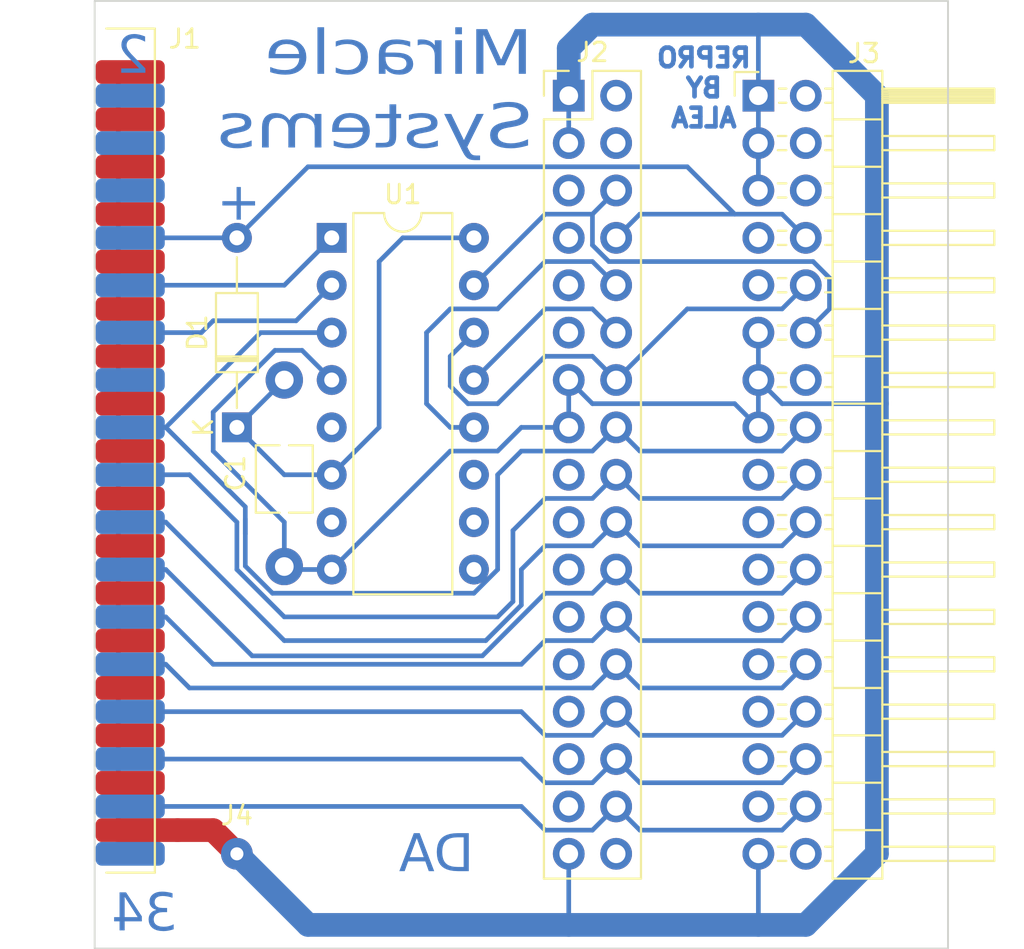
<source format=kicad_pcb>
(kicad_pcb (version 20221018) (generator pcbnew)
  (title_block (title "2 to 4 Disc Drive Adapter for Sinclair QL") (date "2024-01-16") (rev "00") (company "Alvaro Alea Fernandez"))
  (layers (0 "F.Cu" signal) (31 "B.Cu" signal) (34 "B.Paste" user) (35 "F.Paste" user) (36 "B.SilkS" user "B.Silkscreen") (37 "F.SilkS" user "F.Silkscreen") (38 "B.Mask" user) (39 "F.Mask" user) (44 "Edge.Cuts" user))
  (net 0 "")
  (net 1 "GND")
  (net 5 "/FDC_IP")
  (net 6 "/MOTOR_ON")
  (net 7 "/DS1")
  (net 8 "/DS0")
  (net 9 "/DIR")
  (net 10 "/STEP")
  (net 11 "/DATA_WR")
  (net 12 "/GATE_WR")
  (net 13 "/FDC_T0")
  (net 14 "/FDC_WPRT")
  (net 15 "/FDC_RD")
  (net 16 "/HEAD")
  (net 45 "/DS2")
  (net 47 "/DS3")
  (net 48 "Net-(D1-K)")
  (net 49 "/DS1T")
  (net 50 "/DS0T")
  (net 58 "Net-(D2-K)")
  (footprint "Package_DIP:DIP-16_W7.62mm" (layer "F.Cu") (at 139.7 81.28)
    (fp_text reference "U1" (at 3.81 -2.33) (layer "F.SilkS"))
    (fp_text value "74LS138")
    (fp_line (start 1.16 -1.33) (end 1.16 19.11) (stroke (width 0.12)) (layer "F.SilkS"))
    (fp_line (start 1.16 19.11) (end 6.46 19.11) (stroke (width 0.12)) (layer "F.SilkS"))
    (fp_line (start 2.81 -1.33) (end 1.16 -1.33) (stroke (width 0.12)) (layer "F.SilkS"))
    (fp_line (start 6.46 -1.33) (end 4.81 -1.33) (stroke (width 0.12)) (layer "F.SilkS"))
    (fp_line (start 6.46 19.11) (end 6.46 -1.33) (stroke (width 0.12)) (layer "F.SilkS"))
    (fp_arc (start 4.81 -1.33) (mid 3.81 -0.33) (end 2.81 -1.33) (stroke (width 0.12)) (layer "F.SilkS"))
    (pad "1" thru_hole rect (at 0 0) (size 1.6 1.6) (drill 0.8) (layers "*.Cu" "*.Mask") (net 50 "/DS0T"))
    (pad "2" thru_hole oval (at 0 2.54) (size 1.6 1.6) (drill 0.8) (layers "*.Cu" "*.Mask") (net 49 "/DS1T"))
    (pad "3" thru_hole oval (at 0 5.08) (size 1.6 1.6) (drill 0.8) (layers "*.Cu" "*.Mask") (net 6 "/MOTOR_ON"))
    (pad "4" thru_hole oval (at 0 7.62) (size 1.6 1.6) (drill 0.8) (layers "*.Cu" "*.Mask") (net 1 "GND"))
    (pad "5" thru_hole oval (at 0 10.16) (size 1.6 1.6) (drill 0.8) (layers "*.Cu" "*.Mask"))
    (pad "6" thru_hole oval (at 0 12.7) (size 1.6 1.6) (drill 0.8) (layers "*.Cu" "*.Mask") (net 48 "Net-(D1-K)"))
    (pad "7" thru_hole oval (at 0 15.24) (size 1.6 1.6) (drill 0.8) (layers "*.Cu" "*.Mask") (net 58 "Net-(D2-K)"))
    (pad "8" thru_hole oval (at 0 17.78) (size 1.6 1.6) (drill 0.8) (layers "*.Cu" "*.Mask") (net 1 "GND"))
    (pad "9" thru_hole oval (at 7.62 17.78) (size 1.6 1.6) (drill 0.8) (layers "*.Cu" "*.Mask"))
    (pad "10" thru_hole oval (at 7.62 15.24) (size 1.6 1.6) (drill 0.8) (layers "*.Cu" "*.Mask"))
    (pad "11" thru_hole oval (at 7.62 12.7) (size 1.6 1.6) (drill 0.8) (layers "*.Cu" "*.Mask"))
    (pad "12" thru_hole oval (at 7.62 10.16) (size 1.6 1.6) (drill 0.8) (layers "*.Cu" "*.Mask") (net 8 "/DS0"))
    (pad "13" thru_hole oval (at 7.62 7.62) (size 1.6 1.6) (drill 0.8) (layers "*.Cu" "*.Mask") (net 7 "/DS1"))
    (pad "14" thru_hole oval (at 7.62 5.08) (size 1.6 1.6) (drill 0.8) (layers "*.Cu" "*.Mask") (net 45 "/DS2"))
    (pad "15" thru_hole oval (at 7.62 2.54) (size 1.6 1.6) (drill 0.8) (layers "*.Cu" "*.Mask") (net 47 "/DS3"))
    (pad "16" thru_hole oval (at 7.62 0) (size 1.6 1.6) (drill 0.8) (layers "*.Cu" "*.Mask") (net 48 "Net-(D1-K)"))
  )
  (footprint "Connector_PinHeader_2.54mm:PinHeader_2x17_P2.54mm_Horizontal" (layer "F.Cu") (at 162.56 73.66)
    (fp_text reference "J3" (at 5.655 -2.27) (layer "F.SilkS"))
    (fp_text value "Conn_02x17_Odd_Even")
    (fp_line (start -1.27 -1.27) (end 0 -1.27) (stroke (width 0.12)) (layer "F.SilkS"))
    (fp_line (start -1.27 0) (end -1.27 -1.27) (stroke (width 0.12)) (layer "F.SilkS"))
    (fp_line (start 1.042929 2.16) (end 1.497071 2.16) (stroke (width 0.12)) (layer "F.SilkS"))
    (fp_line (start 1.042929 2.92) (end 1.497071 2.92) (stroke (width 0.12)) (layer "F.SilkS"))
    (fp_line (start 1.042929 4.7) (end 1.497071 4.7) (stroke (width 0.12)) (layer "F.SilkS"))
    (fp_line (start 1.042929 5.46) (end 1.497071 5.46) (stroke (width 0.12)) (layer "F.SilkS"))
    (fp_line (start 1.042929 7.24) (end 1.497071 7.24) (stroke (width 0.12)) (layer "F.SilkS"))
    (fp_line (start 1.042929 8) (end 1.497071 8) (stroke (width 0.12)) (layer "F.SilkS"))
    (fp_line (start 1.042929 9.78) (end 1.497071 9.78) (stroke (width 0.12)) (layer "F.SilkS"))
    (fp_line (start 1.042929 10.54) (end 1.497071 10.54) (stroke (width 0.12)) (layer "F.SilkS"))
    (fp_line (start 1.042929 12.32) (end 1.497071 12.32) (stroke (width 0.12)) (layer "F.SilkS"))
    (fp_line (start 1.042929 13.08) (end 1.497071 13.08) (stroke (width 0.12)) (layer "F.SilkS"))
    (fp_line (start 1.042929 14.86) (end 1.497071 14.86) (stroke (width 0.12)) (layer "F.SilkS"))
    (fp_line (start 1.042929 15.62) (end 1.497071 15.62) (stroke (width 0.12)) (layer "F.SilkS"))
    (fp_line (start 1.042929 17.4) (end 1.497071 17.4) (stroke (width 0.12)) (layer "F.SilkS"))
    (fp_line (start 1.042929 18.16) (end 1.497071 18.16) (stroke (width 0.12)) (layer "F.SilkS"))
    (fp_line (start 1.042929 19.94) (end 1.497071 19.94) (stroke (width 0.12)) (layer "F.SilkS"))
    (fp_line (start 1.042929 20.7) (end 1.497071 20.7) (stroke (width 0.12)) (layer "F.SilkS"))
    (fp_line (start 1.042929 22.48) (end 1.497071 22.48) (stroke (width 0.12)) (layer "F.SilkS"))
    (fp_line (start 1.042929 23.24) (end 1.497071 23.24) (stroke (width 0.12)) (layer "F.SilkS"))
    (fp_line (start 1.042929 25.02) (end 1.497071 25.02) (stroke (width 0.12)) (layer "F.SilkS"))
    (fp_line (start 1.042929 25.78) (end 1.497071 25.78) (stroke (width 0.12)) (layer "F.SilkS"))
    (fp_line (start 1.042929 27.56) (end 1.497071 27.56) (stroke (width 0.12)) (layer "F.SilkS"))
    (fp_line (start 1.042929 28.32) (end 1.497071 28.32) (stroke (width 0.12)) (layer "F.SilkS"))
    (fp_line (start 1.042929 30.1) (end 1.497071 30.1) (stroke (width 0.12)) (layer "F.SilkS"))
    (fp_line (start 1.042929 30.86) (end 1.497071 30.86) (stroke (width 0.12)) (layer "F.SilkS"))
    (fp_line (start 1.042929 32.64) (end 1.497071 32.64) (stroke (width 0.12)) (layer "F.SilkS"))
    (fp_line (start 1.042929 33.4) (end 1.497071 33.4) (stroke (width 0.12)) (layer "F.SilkS"))
    (fp_line (start 1.042929 35.18) (end 1.497071 35.18) (stroke (width 0.12)) (layer "F.SilkS"))
    (fp_line (start 1.042929 35.94) (end 1.497071 35.94) (stroke (width 0.12)) (layer "F.SilkS"))
    (fp_line (start 1.042929 37.72) (end 1.497071 37.72) (stroke (width 0.12)) (layer "F.SilkS"))
    (fp_line (start 1.042929 38.48) (end 1.497071 38.48) (stroke (width 0.12)) (layer "F.SilkS"))
    (fp_line (start 1.042929 40.26) (end 1.497071 40.26) (stroke (width 0.12)) (layer "F.SilkS"))
    (fp_line (start 1.042929 41.02) (end 1.497071 41.02) (stroke (width 0.12)) (layer "F.SilkS"))
    (fp_line (start 1.11 -0.38) (end 1.497071 -0.38) (stroke (width 0.12)) (layer "F.SilkS"))
    (fp_line (start 1.11 0.38) (end 1.497071 0.38) (stroke (width 0.12)) (layer "F.SilkS"))
    (fp_line (start 3.582929 -0.38) (end 3.98 -0.38) (stroke (width 0.12)) (layer "F.SilkS"))
    (fp_line (start 3.582929 0.38) (end 3.98 0.38) (stroke (width 0.12)) (layer "F.SilkS"))
    (fp_line (start 3.582929 2.16) (end 3.98 2.16) (stroke (width 0.12)) (layer "F.SilkS"))
    (fp_line (start 3.582929 2.92) (end 3.98 2.92) (stroke (width 0.12)) (layer "F.SilkS"))
    (fp_line (start 3.582929 4.7) (end 3.98 4.7) (stroke (width 0.12)) (layer "F.SilkS"))
    (fp_line (start 3.582929 5.46) (end 3.98 5.46) (stroke (width 0.12)) (layer "F.SilkS"))
    (fp_line (start 3.582929 7.24) (end 3.98 7.24) (stroke (width 0.12)) (layer "F.SilkS"))
    (fp_line (start 3.582929 8) (end 3.98 8) (stroke (width 0.12)) (layer "F.SilkS"))
    (fp_line (start 3.582929 9.78) (end 3.98 9.78) (stroke (width 0.12)) (layer "F.SilkS"))
    (fp_line (start 3.582929 10.54) (end 3.98 10.54) (stroke (width 0.12)) (layer "F.SilkS"))
    (fp_line (start 3.582929 12.32) (end 3.98 12.32) (stroke (width 0.12)) (layer "F.SilkS"))
    (fp_line (start 3.582929 13.08) (end 3.98 13.08) (stroke (width 0.12)) (layer "F.SilkS"))
    (fp_line (start 3.582929 14.86) (end 3.98 14.86) (stroke (width 0.12)) (layer "F.SilkS"))
    (fp_line (start 3.582929 15.62) (end 3.98 15.62) (stroke (width 0.12)) (layer "F.SilkS"))
    (fp_line (start 3.582929 17.4) (end 3.98 17.4) (stroke (width 0.12)) (layer "F.SilkS"))
    (fp_line (start 3.582929 18.16) (end 3.98 18.16) (stroke (width 0.12)) (layer "F.SilkS"))
    (fp_line (start 3.582929 19.94) (end 3.98 19.94) (stroke (width 0.12)) (layer "F.SilkS"))
    (fp_line (start 3.582929 20.7) (end 3.98 20.7) (stroke (width 0.12)) (layer "F.SilkS"))
    (fp_line (start 3.582929 22.48) (end 3.98 22.48) (stroke (width 0.12)) (layer "F.SilkS"))
    (fp_line (start 3.582929 23.24) (end 3.98 23.24) (stroke (width 0.12)) (layer "F.SilkS"))
    (fp_line (start 3.582929 25.02) (end 3.98 25.02) (stroke (width 0.12)) (layer "F.SilkS"))
    (fp_line (start 3.582929 25.78) (end 3.98 25.78) (stroke (width 0.12)) (layer "F.SilkS"))
    (fp_line (start 3.582929 27.56) (end 3.98 27.56) (stroke (width 0.12)) (layer "F.SilkS"))
    (fp_line (start 3.582929 28.32) (end 3.98 28.32) (stroke (width 0.12)) (layer "F.SilkS"))
    (fp_line (start 3.582929 30.1) (end 3.98 30.1) (stroke (width 0.12)) (layer "F.SilkS"))
    (fp_line (start 3.582929 30.86) (end 3.98 30.86) (stroke (width 0.12)) (layer "F.SilkS"))
    (fp_line (start 3.582929 32.64) (end 3.98 32.64) (stroke (width 0.12)) (layer "F.SilkS"))
    (fp_line (start 3.582929 33.4) (end 3.98 33.4) (stroke (width 0.12)) (layer "F.SilkS"))
    (fp_line (start 3.582929 35.18) (end 3.98 35.18) (stroke (width 0.12)) (layer "F.SilkS"))
    (fp_line (start 3.582929 35.94) (end 3.98 35.94) (stroke (width 0.12)) (layer "F.SilkS"))
    (fp_line (start 3.582929 37.72) (end 3.98 37.72) (stroke (width 0.12)) (layer "F.SilkS"))
    (fp_line (start 3.582929 38.48) (end 3.98 38.48) (stroke (width 0.12)) (layer "F.SilkS"))
    (fp_line (start 3.582929 40.26) (end 3.98 40.26) (stroke (width 0.12)) (layer "F.SilkS"))
    (fp_line (start 3.582929 41.02) (end 3.98 41.02) (stroke (width 0.12)) (layer "F.SilkS"))
    (fp_line (start 3.98 -1.33) (end 3.98 41.97) (stroke (width 0.12)) (layer "F.SilkS"))
    (fp_line (start 3.98 1.27) (end 6.64 1.27) (stroke (width 0.12)) (layer "F.SilkS"))
    (fp_line (start 3.98 3.81) (end 6.64 3.81) (stroke (width 0.12)) (layer "F.SilkS"))
    (fp_line (start 3.98 6.35) (end 6.64 6.35) (stroke (width 0.12)) (layer "F.SilkS"))
    (fp_line (start 3.98 8.89) (end 6.64 8.89) (stroke (width 0.12)) (layer "F.SilkS"))
    (fp_line (start 3.98 11.43) (end 6.64 11.43) (stroke (width 0.12)) (layer "F.SilkS"))
    (fp_line (start 3.98 13.97) (end 6.64 13.97) (stroke (width 0.12)) (layer "F.SilkS"))
    (fp_line (start 3.98 16.51) (end 6.64 16.51) (stroke (width 0.12)) (layer "F.SilkS"))
    (fp_line (start 3.98 19.05) (end 6.64 19.05) (stroke (width 0.12)) (layer "F.SilkS"))
    (fp_line (start 3.98 21.59) (end 6.64 21.59) (stroke (width 0.12)) (layer "F.SilkS"))
    (fp_line (start 3.98 24.13) (end 6.64 24.13) (stroke (width 0.12)) (layer "F.SilkS"))
    (fp_line (start 3.98 26.67) (end 6.64 26.67) (stroke (width 0.12)) (layer "F.SilkS"))
    (fp_line (start 3.98 29.21) (end 6.64 29.21) (stroke (width 0.12)) (layer "F.SilkS"))
    (fp_line (start 3.98 31.75) (end 6.64 31.75) (stroke (width 0.12)) (layer "F.SilkS"))
    (fp_line (start 3.98 34.29) (end 6.64 34.29) (stroke (width 0.12)) (layer "F.SilkS"))
    (fp_line (start 3.98 36.83) (end 6.64 36.83) (stroke (width 0.12)) (layer "F.SilkS"))
    (fp_line (start 3.98 39.37) (end 6.64 39.37) (stroke (width 0.12)) (layer "F.SilkS"))
    (fp_line (start 3.98 41.97) (end 6.64 41.97) (stroke (width 0.12)) (layer "F.SilkS"))
    (fp_line (start 6.64 -1.33) (end 3.98 -1.33) (stroke (width 0.12)) (layer "F.SilkS"))
    (fp_line (start 6.64 -0.38) (end 12.64 -0.38) (stroke (width 0.12)) (layer "F.SilkS"))
    (fp_line (start 6.64 -0.32) (end 12.64 -0.32) (stroke (width 0.12)) (layer "F.SilkS"))
    (fp_line (start 6.64 -0.2) (end 12.64 -0.2) (stroke (width 0.12)) (layer "F.SilkS"))
    (fp_line (start 6.64 -0.08) (end 12.64 -0.08) (stroke (width 0.12)) (layer "F.SilkS"))
    (fp_line (start 6.64 0.04) (end 12.64 0.04) (stroke (width 0.12)) (layer "F.SilkS"))
    (fp_line (start 6.64 0.16) (end 12.64 0.16) (stroke (width 0.12)) (layer "F.SilkS"))
    (fp_line (start 6.64 0.28) (end 12.64 0.28) (stroke (width 0.12)) (layer "F.SilkS"))
    (fp_line (start 6.64 2.16) (end 12.64 2.16) (stroke (width 0.12)) (layer "F.SilkS"))
    (fp_line (start 6.64 4.7) (end 12.64 4.7) (stroke (width 0.12)) (layer "F.SilkS"))
    (fp_line (start 6.64 7.24) (end 12.64 7.24) (stroke (width 0.12)) (layer "F.SilkS"))
    (fp_line (start 6.64 9.78) (end 12.64 9.78) (stroke (width 0.12)) (layer "F.SilkS"))
    (fp_line (start 6.64 12.32) (end 12.64 12.32) (stroke (width 0.12)) (layer "F.SilkS"))
    (fp_line (start 6.64 14.86) (end 12.64 14.86) (stroke (width 0.12)) (layer "F.SilkS"))
    (fp_line (start 6.64 17.4) (end 12.64 17.4) (stroke (width 0.12)) (layer "F.SilkS"))
    (fp_line (start 6.64 19.94) (end 12.64 19.94) (stroke (width 0.12)) (layer "F.SilkS"))
    (fp_line (start 6.64 22.48) (end 12.64 22.48) (stroke (width 0.12)) (layer "F.SilkS"))
    (fp_line (start 6.64 25.02) (end 12.64 25.02) (stroke (width 0.12)) (layer "F.SilkS"))
    (fp_line (start 6.64 27.56) (end 12.64 27.56) (stroke (width 0.12)) (layer "F.SilkS"))
    (fp_line (start 6.64 30.1) (end 12.64 30.1) (stroke (width 0.12)) (layer "F.SilkS"))
    (fp_line (start 6.64 32.64) (end 12.64 32.64) (stroke (width 0.12)) (layer "F.SilkS"))
    (fp_line (start 6.64 35.18) (end 12.64 35.18) (stroke (width 0.12)) (layer "F.SilkS"))
    (fp_line (start 6.64 37.72) (end 12.64 37.72) (stroke (width 0.12)) (layer "F.SilkS"))
    (fp_line (start 6.64 40.26) (end 12.64 40.26) (stroke (width 0.12)) (layer "F.SilkS"))
    (fp_line (start 6.64 41.97) (end 6.64 -1.33) (stroke (width 0.12)) (layer "F.SilkS"))
    (fp_line (start 12.64 -0.38) (end 12.64 0.38) (stroke (width 0.12)) (layer "F.SilkS"))
    (fp_line (start 12.64 0.38) (end 6.64 0.38) (stroke (width 0.12)) (layer "F.SilkS"))
    (fp_line (start 12.64 2.16) (end 12.64 2.92) (stroke (width 0.12)) (layer "F.SilkS"))
    (fp_line (start 12.64 2.92) (end 6.64 2.92) (stroke (width 0.12)) (layer "F.SilkS"))
    (fp_line (start 12.64 4.7) (end 12.64 5.46) (stroke (width 0.12)) (layer "F.SilkS"))
    (fp_line (start 12.64 5.46) (end 6.64 5.46) (stroke (width 0.12)) (layer "F.SilkS"))
    (fp_line (start 12.64 7.24) (end 12.64 8) (stroke (width 0.12)) (layer "F.SilkS"))
    (fp_line (start 12.64 8) (end 6.64 8) (stroke (width 0.12)) (layer "F.SilkS"))
    (fp_line (start 12.64 9.78) (end 12.64 10.54) (stroke (width 0.12)) (layer "F.SilkS"))
    (fp_line (start 12.64 10.54) (end 6.64 10.54) (stroke (width 0.12)) (layer "F.SilkS"))
    (fp_line (start 12.64 12.32) (end 12.64 13.08) (stroke (width 0.12)) (layer "F.SilkS"))
    (fp_line (start 12.64 13.08) (end 6.64 13.08) (stroke (width 0.12)) (layer "F.SilkS"))
    (fp_line (start 12.64 14.86) (end 12.64 15.62) (stroke (width 0.12)) (layer "F.SilkS"))
    (fp_line (start 12.64 15.62) (end 6.64 15.62) (stroke (width 0.12)) (layer "F.SilkS"))
    (fp_line (start 12.64 17.4) (end 12.64 18.16) (stroke (width 0.12)) (layer "F.SilkS"))
    (fp_line (start 12.64 18.16) (end 6.64 18.16) (stroke (width 0.12)) (layer "F.SilkS"))
    (fp_line (start 12.64 19.94) (end 12.64 20.7) (stroke (width 0.12)) (layer "F.SilkS"))
    (fp_line (start 12.64 20.7) (end 6.64 20.7) (stroke (width 0.12)) (layer "F.SilkS"))
    (fp_line (start 12.64 22.48) (end 12.64 23.24) (stroke (width 0.12)) (layer "F.SilkS"))
    (fp_line (start 12.64 23.24) (end 6.64 23.24) (stroke (width 0.12)) (layer "F.SilkS"))
    (fp_line (start 12.64 25.02) (end 12.64 25.78) (stroke (width 0.12)) (layer "F.SilkS"))
    (fp_line (start 12.64 25.78) (end 6.64 25.78) (stroke (width 0.12)) (layer "F.SilkS"))
    (fp_line (start 12.64 27.56) (end 12.64 28.32) (stroke (width 0.12)) (layer "F.SilkS"))
    (fp_line (start 12.64 28.32) (end 6.64 28.32) (stroke (width 0.12)) (layer "F.SilkS"))
    (fp_line (start 12.64 30.1) (end 12.64 30.86) (stroke (width 0.12)) (layer "F.SilkS"))
    (fp_line (start 12.64 30.86) (end 6.64 30.86) (stroke (width 0.12)) (layer "F.SilkS"))
    (fp_line (start 12.64 32.64) (end 12.64 33.4) (stroke (width 0.12)) (layer "F.SilkS"))
    (fp_line (start 12.64 33.4) (end 6.64 33.4) (stroke (width 0.12)) (layer "F.SilkS"))
    (fp_line (start 12.64 35.18) (end 12.64 35.94) (stroke (width 0.12)) (layer "F.SilkS"))
    (fp_line (start 12.64 35.94) (end 6.64 35.94) (stroke (width 0.12)) (layer "F.SilkS"))
    (fp_line (start 12.64 37.72) (end 12.64 38.48) (stroke (width 0.12)) (layer "F.SilkS"))
    (fp_line (start 12.64 38.48) (end 6.64 38.48) (stroke (width 0.12)) (layer "F.SilkS"))
    (fp_line (start 12.64 40.26) (end 12.64 41.02) (stroke (width 0.12)) (layer "F.SilkS"))
    (fp_line (start 12.64 41.02) (end 6.64 41.02) (stroke (width 0.12)) (layer "F.SilkS"))
    (pad "1" thru_hole rect (at 0 0) (size 1.7 1.7) (drill 1) (layers "*.Cu" "*.Mask") (net 1 "GND"))
    (pad "2" thru_hole oval (at 2.54 0) (size 1.7 1.7) (drill 1) (layers "*.Cu" "*.Mask"))
    (pad "3" thru_hole oval (at 0 2.54) (size 1.7 1.7) (drill 1) (layers "*.Cu" "*.Mask") (net 1 "GND"))
    (pad "4" thru_hole oval (at 2.54 2.54) (size 1.7 1.7) (drill 1) (layers "*.Cu" "*.Mask"))
    (pad "5" thru_hole oval (at 0 5.08) (size 1.7 1.7) (drill 1) (layers "*.Cu" "*.Mask") (net 1 "GND"))
    (pad "6" thru_hole oval (at 2.54 5.08) (size 1.7 1.7) (drill 1) (layers "*.Cu" "*.Mask"))
    (pad "7" thru_hole oval (at 0 7.62) (size 1.7 1.7) (drill 1) (layers "*.Cu" "*.Mask"))
    (pad "8" thru_hole oval (at 2.54 7.62) (size 1.7 1.7) (drill 1) (layers "*.Cu" "*.Mask") (net 5 "/FDC_IP"))
    (pad "9" thru_hole oval (at 0 10.16) (size 1.7 1.7) (drill 1) (layers "*.Cu" "*.Mask"))
    (pad "10" thru_hole oval (at 2.54 10.16) (size 1.7 1.7) (drill 1) (layers "*.Cu" "*.Mask") (net 45 "/DS2"))
    (pad "11" thru_hole oval (at 0 12.7) (size 1.7 1.7) (drill 1) (layers "*.Cu" "*.Mask") (net 1 "GND"))
    (pad "12" thru_hole oval (at 2.54 12.7) (size 1.7 1.7) (drill 1) (layers "*.Cu" "*.Mask") (net 47 "/DS3"))
    (pad "13" thru_hole oval (at 0 15.24) (size 1.7 1.7) (drill 1) (layers "*.Cu" "*.Mask") (net 1 "GND"))
    (pad "14" thru_hole oval (at 2.54 15.24) (size 1.7 1.7) (drill 1) (layers "*.Cu" "*.Mask"))
    (pad "15" thru_hole oval (at 0 17.78) (size 1.7 1.7) (drill 1) (layers "*.Cu" "*.Mask") (net 1 "GND"))
    (pad "16" thru_hole oval (at 2.54 17.78) (size 1.7 1.7) (drill 1) (layers "*.Cu" "*.Mask") (net 6 "/MOTOR_ON"))
    (pad "17" thru_hole oval (at 0 20.32) (size 1.7 1.7) (drill 1) (layers "*.Cu" "*.Mask"))
    (pad "18" thru_hole oval (at 2.54 20.32) (size 1.7 1.7) (drill 1) (layers "*.Cu" "*.Mask") (net 9 "/DIR"))
    (pad "19" thru_hole oval (at 0 22.86) (size 1.7 1.7) (drill 1) (layers "*.Cu" "*.Mask"))
    (pad "20" thru_hole oval (at 2.54 22.86) (size 1.7 1.7) (drill 1) (layers "*.Cu" "*.Mask") (net 10 "/STEP"))
    (pad "21" thru_hole oval (at 0 25.4) (size 1.7 1.7) (drill 1) (layers "*.Cu" "*.Mask"))
    (pad "22" thru_hole oval (at 2.54 25.4) (size 1.7 1.7) (drill 1) (layers "*.Cu" "*.Mask") (net 11 "/DATA_WR"))
    (pad "23" thru_hole oval (at 0 27.94) (size 1.7 1.7) (drill 1) (layers "*.Cu" "*.Mask"))
    (pad "24" thru_hole oval (at 2.54 27.94) (size 1.7 1.7) (drill 1) (layers "*.Cu" "*.Mask") (net 12 "/GATE_WR"))
    (pad "25" thru_hole oval (at 0 30.48) (size 1.7 1.7) (drill 1) (layers "*.Cu" "*.Mask"))
    (pad "26" thru_hole oval (at 2.54 30.48) (size 1.7 1.7) (drill 1) (layers "*.Cu" "*.Mask") (net 13 "/FDC_T0"))
    (pad "27" thru_hole oval (at 0 33.02) (size 1.7 1.7) (drill 1) (layers "*.Cu" "*.Mask"))
    (pad "28" thru_hole oval (at 2.54 33.02) (size 1.7 1.7) (drill 1) (layers "*.Cu" "*.Mask") (net 14 "/FDC_WPRT"))
    (pad "29" thru_hole oval (at 0 35.56) (size 1.7 1.7) (drill 1) (layers "*.Cu" "*.Mask"))
    (pad "30" thru_hole oval (at 2.54 35.56) (size 1.7 1.7) (drill 1) (layers "*.Cu" "*.Mask") (net 15 "/FDC_RD"))
    (pad "31" thru_hole oval (at 0 38.1) (size 1.7 1.7) (drill 1) (layers "*.Cu" "*.Mask"))
    (pad "32" thru_hole oval (at 2.54 38.1) (size 1.7 1.7) (drill 1) (layers "*.Cu" "*.Mask") (net 16 "/HEAD"))
    (pad "33" thru_hole oval (at 0 40.64) (size 1.7 1.7) (drill 1) (layers "*.Cu" "*.Mask") (net 1 "GND"))
    (pad "34" thru_hole oval (at 2.54 40.64) (size 1.7 1.7) (drill 1) (layers "*.Cu" "*.Mask"))
  )
  (footprint "Diode_THT:D_DO-35_SOD27_P10.16mm_Horizontal" (layer "F.Cu") (at 134.62 91.44 90)
    (fp_text reference "D1" (at 5.08 -2.12 90) (layer "F.SilkS"))
    (fp_text value "1N4148")
    (fp_text user "K" (at 0 -1.8 90) (layer "F.SilkS"))
    (fp_line (start 1.04 0) (end 2.96 0) (stroke (width 0.12)) (layer "F.SilkS"))
    (fp_line (start 2.96 -1.12) (end 2.96 1.12) (stroke (width 0.12)) (layer "F.SilkS"))
    (fp_line (start 2.96 1.12) (end 7.2 1.12) (stroke (width 0.12)) (layer "F.SilkS"))
    (fp_line (start 3.56 -1.12) (end 3.56 1.12) (stroke (width 0.12)) (layer "F.SilkS"))
    (fp_line (start 3.68 -1.12) (end 3.68 1.12) (stroke (width 0.12)) (layer "F.SilkS"))
    (fp_line (start 3.8 -1.12) (end 3.8 1.12) (stroke (width 0.12)) (layer "F.SilkS"))
    (fp_line (start 7.2 -1.12) (end 2.96 -1.12) (stroke (width 0.12)) (layer "F.SilkS"))
    (fp_line (start 7.2 1.12) (end 7.2 -1.12) (stroke (width 0.12)) (layer "F.SilkS"))
    (fp_line (start 9.12 0) (end 7.2 0) (stroke (width 0.12)) (layer "F.SilkS"))
    (pad "1" thru_hole rect (at 0 0 90) (size 1.6 1.6) (drill 0.8) (layers "*.Cu" "*.Mask") (net 48 "Net-(D1-K)"))
    (pad "2" thru_hole oval (at 10.16 0 90) (size 1.6 1.6) (drill 0.8) (layers "*.Cu" "*.Mask") (net 5 "/FDC_IP"))
  )
  (footprint "Capacitor_THT:C_Disc_D7.5mm_W5.0mm_P10.00mm" (layer "F.Cu") (at 137.16 88.9 -90)
    (fp_text reference "C1" (at 5 2.62 -90) (layer "F.SilkS"))
    (fp_text value "C")
    (fp_line (start 3.5 -1.525) (end 3.5 -0.254) (stroke (width 0.12)) (layer "F.SilkS"))
    (fp_line (start 3.5 -1.525) (end 7.112 -1.524) (stroke (width 0.12)) (layer "F.SilkS"))
    (fp_line (start 3.5 0.254) (end 3.5 1.524) (stroke (width 0.12)) (layer "F.SilkS"))
    (fp_line (start 3.5 1.524) (end 7.112 1.524) (stroke (width 0.12)) (layer "F.SilkS"))
    (fp_line (start 7.112 -1.524) (end 7.112 -0.254) (stroke (width 0.12)) (layer "F.SilkS"))
    (fp_line (start 7.112 0.254) (end 7.112 1.524) (stroke (width 0.12)) (layer "F.SilkS"))
    (pad "1" thru_hole circle (at 0 0 270) (size 2 2) (drill 1) (layers "*.Cu" "*.Mask") (net 48 "Net-(D1-K)"))
    (pad "2" thru_hole circle (at 10 0 270) (size 2 2) (drill 1) (layers "*.Cu" "*.Mask") (net 1 "GND"))
  )
  (footprint "Connector_PinHeader_2.54mm:PinHeader_2x17_P2.54mm_Vertical" (layer "F.Cu") (at 152.4 73.66)
    (fp_text reference "J2" (at 1.27 -2.33) (layer "F.SilkS"))
    (fp_text value "Conn_02x17_Odd_Even")
    (fp_line (start -1.33 -1.33) (end 0 -1.33) (stroke (width 0.12)) (layer "F.SilkS"))
    (fp_line (start -1.33 0) (end -1.33 -1.33) (stroke (width 0.12)) (layer "F.SilkS"))
    (fp_line (start -1.33 1.27) (end -1.33 41.97) (stroke (width 0.12)) (layer "F.SilkS"))
    (fp_line (start -1.33 1.27) (end 1.27 1.27) (stroke (width 0.12)) (layer "F.SilkS"))
    (fp_line (start -1.33 41.97) (end 3.87 41.97) (stroke (width 0.12)) (layer "F.SilkS"))
    (fp_line (start 1.27 -1.33) (end 3.87 -1.33) (stroke (width 0.12)) (layer "F.SilkS"))
    (fp_line (start 1.27 1.27) (end 1.27 -1.33) (stroke (width 0.12)) (layer "F.SilkS"))
    (fp_line (start 3.87 -1.33) (end 3.87 41.97) (stroke (width 0.12)) (layer "F.SilkS"))
    (pad "1" thru_hole rect (at 0 0) (size 1.7 1.7) (drill 1) (layers "*.Cu" "*.Mask") (net 1 "GND"))
    (pad "2" thru_hole oval (at 2.54 0) (size 1.7 1.7) (drill 1) (layers "*.Cu" "*.Mask"))
    (pad "3" thru_hole oval (at 0 2.54) (size 1.7 1.7) (drill 1) (layers "*.Cu" "*.Mask") (net 1 "GND"))
    (pad "4" thru_hole oval (at 2.54 2.54) (size 1.7 1.7) (drill 1) (layers "*.Cu" "*.Mask"))
    (pad "5" thru_hole oval (at 0 5.08) (size 1.7 1.7) (drill 1) (layers "*.Cu" "*.Mask"))
    (pad "6" thru_hole oval (at 2.54 5.08) (size 1.7 1.7) (drill 1) (layers "*.Cu" "*.Mask") (net 47 "/DS3"))
    (pad "7" thru_hole oval (at 0 7.62) (size 1.7 1.7) (drill 1) (layers "*.Cu" "*.Mask"))
    (pad "8" thru_hole oval (at 2.54 7.62) (size 1.7 1.7) (drill 1) (layers "*.Cu" "*.Mask") (net 5 "/FDC_IP"))
    (pad "9" thru_hole oval (at 0 10.16) (size 1.7 1.7) (drill 1) (layers "*.Cu" "*.Mask"))
    (pad "10" thru_hole oval (at 2.54 10.16) (size 1.7 1.7) (drill 1) (layers "*.Cu" "*.Mask") (net 8 "/DS0"))
    (pad "11" thru_hole oval (at 0 12.7) (size 1.7 1.7) (drill 1) (layers "*.Cu" "*.Mask"))
    (pad "12" thru_hole oval (at 2.54 12.7) (size 1.7 1.7) (drill 1) (layers "*.Cu" "*.Mask") (net 7 "/DS1"))
    (pad "13" thru_hole oval (at 0 15.24) (size 1.7 1.7) (drill 1) (layers "*.Cu" "*.Mask") (net 1 "GND"))
    (pad "14" thru_hole oval (at 2.54 15.24) (size 1.7 1.7) (drill 1) (layers "*.Cu" "*.Mask") (net 45 "/DS2"))
    (pad "15" thru_hole oval (at 0 17.78) (size 1.7 1.7) (drill 1) (layers "*.Cu" "*.Mask") (net 1 "GND"))
    (pad "16" thru_hole oval (at 2.54 17.78) (size 1.7 1.7) (drill 1) (layers "*.Cu" "*.Mask") (net 6 "/MOTOR_ON"))
    (pad "17" thru_hole oval (at 0 20.32) (size 1.7 1.7) (drill 1) (layers "*.Cu" "*.Mask"))
    (pad "18" thru_hole oval (at 2.54 20.32) (size 1.7 1.7) (drill 1) (layers "*.Cu" "*.Mask") (net 9 "/DIR"))
    (pad "19" thru_hole oval (at 0 22.86) (size 1.7 1.7) (drill 1) (layers "*.Cu" "*.Mask"))
    (pad "20" thru_hole oval (at 2.54 22.86) (size 1.7 1.7) (drill 1) (layers "*.Cu" "*.Mask") (net 10 "/STEP"))
    (pad "21" thru_hole oval (at 0 25.4) (size 1.7 1.7) (drill 1) (layers "*.Cu" "*.Mask"))
    (pad "22" thru_hole oval (at 2.54 25.4) (size 1.7 1.7) (drill 1) (layers "*.Cu" "*.Mask") (net 11 "/DATA_WR"))
    (pad "23" thru_hole oval (at 0 27.94) (size 1.7 1.7) (drill 1) (layers "*.Cu" "*.Mask"))
    (pad "24" thru_hole oval (at 2.54 27.94) (size 1.7 1.7) (drill 1) (layers "*.Cu" "*.Mask") (net 12 "/GATE_WR"))
    (pad "25" thru_hole oval (at 0 30.48) (size 1.7 1.7) (drill 1) (layers "*.Cu" "*.Mask"))
    (pad "26" thru_hole oval (at 2.54 30.48) (size 1.7 1.7) (drill 1) (layers "*.Cu" "*.Mask") (net 13 "/FDC_T0"))
    (pad "27" thru_hole oval (at 0 33.02) (size 1.7 1.7) (drill 1) (layers "*.Cu" "*.Mask"))
    (pad "28" thru_hole oval (at 2.54 33.02) (size 1.7 1.7) (drill 1) (layers "*.Cu" "*.Mask") (net 14 "/FDC_WPRT"))
    (pad "29" thru_hole oval (at 0 35.56) (size 1.7 1.7) (drill 1) (layers "*.Cu" "*.Mask"))
    (pad "30" thru_hole oval (at 2.54 35.56) (size 1.7 1.7) (drill 1) (layers "*.Cu" "*.Mask") (net 15 "/FDC_RD"))
    (pad "31" thru_hole oval (at 0 38.1) (size 1.7 1.7) (drill 1) (layers "*.Cu" "*.Mask"))
    (pad "32" thru_hole oval (at 2.54 38.1) (size 1.7 1.7) (drill 1) (layers "*.Cu" "*.Mask") (net 16 "/HEAD"))
    (pad "33" thru_hole oval (at 0 40.64) (size 1.7 1.7) (drill 1) (layers "*.Cu" "*.Mask") (net 1 "GND"))
    (pad "34" thru_hole oval (at 2.54 40.64) (size 1.7 1.7) (drill 1) (layers "*.Cu" "*.Mask"))
  )
  (footprint "Connector_Wire:SolderWire-0.127sqmm_1x01_D0.48mm_OD1mm" (layer "F.Cu") (at 134.62 114.3)
    (fp_text reference "J4" (at 0 -2.05) (layer "F.SilkS"))
    (fp_text value "Conn_01x01")
    (pad "1" thru_hole circle (at 0 0) (size 1.7 1.7) (drill 0.7) (layers "*.Cu" "*.Mask") (net 1 "GND"))
  )
  (footprint "8bits:DIL_Cable_Female__2x17_P2.54mm_Horizontal_PCB_edge" (layer "F.Cu") (at 128.905 72.39)
    (fp_text reference "J1" (at 2.921 -1.778) (layer "F.SilkS"))
    (fp_text value "Conn_02x17_Odd_Even")
    (fp_line (start -1.28 -2.33) (end 1.32 -2.33) (stroke (width 0.12)) (layer "F.SilkS"))
    (fp_line (start -1.28 42.92) (end 1.32 42.92) (stroke (width 0.12)) (layer "F.SilkS"))
    (fp_line (start 1.32 -2.33) (end 1.32 42.92) (stroke (width 0.12)) (layer "F.SilkS"))
    (pad "1" smd roundrect (at 0 0) (size 3.7 1.27) (layers "F.Cu" "F.Paste" "F.Mask") (net 1 "GND"))
    (pad "2" smd roundrect (at 0 1.27) (size 3.7 1.27) (layers "B.Cu" "B.Paste" "B.Mask"))
    (pad "3" smd roundrect (at 0 2.54) (size 3.7 1.27) (layers "F.Cu" "F.Paste" "F.Mask") (net 1 "GND"))
    (pad "4" smd roundrect (at 0 3.81) (size 3.7 1.27) (layers "B.Cu" "B.Paste" "B.Mask"))
    (pad "5" smd roundrect (at 0 5.08) (size 3.7 1.27) (layers "F.Cu" "F.Paste" "F.Mask") (net 1 "GND"))
    (pad "6" smd roundrect (at 0 6.35) (size 3.7 1.27) (layers "B.Cu" "B.Paste" "B.Mask"))
    (pad "7" smd roundrect (at 0 7.62) (size 3.7 1.27) (layers "F.Cu" "F.Paste" "F.Mask") (net 1 "GND"))
    (pad "8" smd roundrect (at 0 8.89) (size 3.7 1.27) (layers "B.Cu" "B.Paste" "B.Mask") (net 5 "/FDC_IP"))
    (pad "9" smd roundrect (at 0 10.16) (size 3.7 1.27) (layers "F.Cu" "F.Paste" "F.Mask") (net 1 "GND"))
    (pad "10" smd roundrect (at 0 11.43) (size 3.7 1.27) (layers "B.Cu" "B.Paste" "B.Mask") (net 50 "/DS0T"))
    (pad "11" smd roundrect (at 0 12.7) (size 3.7 1.27) (layers "F.Cu" "F.Paste" "F.Mask") (net 1 "GND"))
    (pad "12" smd roundrect (at 0 13.97) (size 3.7 1.27) (layers "B.Cu" "B.Paste" "B.Mask") (net 49 "/DS1T"))
    (pad "13" smd roundrect (at 0 15.24) (size 3.7 1.27) (layers "F.Cu" "F.Paste" "F.Mask") (net 1 "GND"))
    (pad "14" smd roundrect (at 0 16.51) (size 3.7 1.27) (layers "B.Cu" "B.Paste" "B.Mask"))
    (pad "15" smd roundrect (at 0 17.78) (size 3.7 1.27) (layers "F.Cu" "F.Paste" "F.Mask") (net 1 "GND"))
    (pad "16" smd roundrect (at 0 19.05) (size 3.7 1.27) (layers "B.Cu" "B.Paste" "B.Mask") (net 6 "/MOTOR_ON"))
    (pad "17" smd roundrect (at 0 20.32) (size 3.7 1.27) (layers "F.Cu" "F.Paste" "F.Mask") (net 1 "GND"))
    (pad "18" smd roundrect (at 0 21.59) (size 3.7 1.27) (layers "B.Cu" "B.Paste" "B.Mask") (net 9 "/DIR"))
    (pad "19" smd roundrect (at 0 22.86) (size 3.7 1.27) (layers "F.Cu" "F.Paste" "F.Mask") (net 1 "GND"))
    (pad "20" smd roundrect (at 0 24.13) (size 3.7 1.27) (layers "B.Cu" "B.Paste" "B.Mask") (net 10 "/STEP"))
    (pad "21" smd roundrect (at 0 25.4) (size 3.7 1.27) (layers "F.Cu" "F.Paste" "F.Mask") (net 1 "GND"))
    (pad "22" smd roundrect (at 0 26.67) (size 3.7 1.27) (layers "B.Cu" "B.Paste" "B.Mask") (net 11 "/DATA_WR"))
    (pad "23" smd roundrect (at 0 27.94) (size 3.7 1.27) (layers "F.Cu" "F.Paste" "F.Mask") (net 1 "GND"))
    (pad "24" smd roundrect (at 0 29.21) (size 3.7 1.27) (layers "B.Cu" "B.Paste" "B.Mask") (net 12 "/GATE_WR"))
    (pad "25" smd roundrect (at 0 30.48) (size 3.7 1.27) (layers "F.Cu" "F.Paste" "F.Mask") (net 1 "GND"))
    (pad "26" smd roundrect (at 0 31.75) (size 3.7 1.27) (layers "B.Cu" "B.Paste" "B.Mask") (net 13 "/FDC_T0"))
    (pad "27" smd roundrect (at 0 33.02) (size 3.7 1.27) (layers "F.Cu" "F.Paste" "F.Mask") (net 1 "GND"))
    (pad "28" smd roundrect (at 0 34.29) (size 3.7 1.27) (layers "B.Cu" "B.Paste" "B.Mask") (net 14 "/FDC_WPRT"))
    (pad "29" smd roundrect (at 0 35.56) (size 3.7 1.27) (layers "F.Cu" "F.Paste" "F.Mask") (net 1 "GND"))
    (pad "30" smd roundrect (at 0 36.83) (size 3.7 1.27) (layers "B.Cu" "B.Paste" "B.Mask") (net 15 "/FDC_RD"))
    (pad "31" smd roundrect (at 0 38.1) (size 3.7 1.27) (layers "F.Cu" "F.Paste" "F.Mask") (net 1 "GND"))
    (pad "32" smd roundrect (at 0 39.37) (size 3.7 1.27) (layers "B.Cu" "B.Paste" "B.Mask") (net 16 "/HEAD"))
    (pad "33" smd roundrect (at 0 40.64) (size 3.7 1.27) (layers "F.Cu" "F.Paste" "F.Mask") (net 1 "GND"))
    (pad "34" smd roundrect (at 0 41.91) (size 3.7 1.27) (layers "B.Cu" "B.Paste" "B.Mask"))
  )
  (gr_rect (start 127 68.58) (end 172.72 119.38) (stroke (width 0.1)) (fill none) (layer "Edge.Cuts"))
  (gr_text "2" (at 129.921 72.771) (layer "B.Cu") (effects (font (size 2 2) (thickness 0.28125)) (justify left bottom mirror)))
  (gr_text "Miracle\nSystems" (at 150.495 76.835) (layer "B.Cu") (effects (font (size 2.35 2.85) (thickness 0.28125)) (justify left bottom mirror)))
  (gr_text "DA" (at 147.32 115.57) (layer "B.Cu") (effects (font (size 2 2) (thickness 0.28125)) (justify left bottom mirror)))
  (gr_text "REPRO\nBY\nALEA" (at 159.639 75.438) (layer "B.Cu") (effects (font (size 1 1) (thickness 0.25) bold) (justify bottom mirror)))
  (gr_text "34" (at 131.445 118.745) (layer "B.Cu") (effects (font (size 2 2) (thickness 0.28125)) (justify left bottom mirror)))
  (gr_text "+" (at 135.89 80.645) (layer "B.Cu") (effects (font (size 2 2) (thickness 0.28125)) (justify left bottom mirror)))
  (segment (start 128.27 72.39) (end 128.27 113.03) (width 0.25) (layer "F.Cu") (net 1))
  (segment (start 131.445 113.03) (end 133.35 113.03) (width 1.27) (layer "F.Cu") (net 1))
  (segment (start 131.445 113.03) (end 128.27 113.03) (width 1.27) (layer "F.Cu") (net 1))
  (segment (start 133.35 113.03) (end 134.62 114.3) (width 1.27) (layer "F.Cu") (net 1))
  (segment (start 162.56 88.9) (end 163.83 90.17) (width 0.25) (layer "B.Cu") (net 1))
  (segment (start 139.7 99.06) (end 137.77 99.06) (width 0.25) (layer "B.Cu") (net 1))
  (segment (start 137.16 96.52) (end 137.16 99.06) (width 0.25) (layer "B.Cu") (net 1))
  (segment (start 168.91 90.17) (end 168.91 73.66) (width 1.27) (layer "B.Cu") (net 1))
  (segment (start 152.4 118.11) (end 162.56 118.11) (width 1.27) (layer "B.Cu") (net 1))
  (segment (start 136.6575 87.3125) (end 133.35 90.62) (width 0.25) (layer "B.Cu") (net 1))
  (segment (start 146.05 92.71) (end 148.59 92.71) (width 0.25) (layer "B.Cu") (net 1))
  (segment (start 149.86 91.44) (end 152.4 91.44) (width 0.25) (layer "B.Cu") (net 1))
  (segment (start 165.1 69.85) (end 162.56 69.85) (width 1.27) (layer "B.Cu") (net 1))
  (segment (start 161.29 90.17) (end 162.56 91.44) (width 0.25) (layer "B.Cu") (net 1))
  (segment (start 168.91 73.66) (end 165.1 69.85) (width 1.27) (layer "B.Cu") (net 1))
  (segment (start 152.4 76.2) (end 152.4 73.66) (width 0.25) (layer "B.Cu") (net 1))
  (segment (start 168.91 114.3) (end 168.91 90.17) (width 1.27) (layer "B.Cu") (net 1))
  (segment (start 152.4 73.66) (end 152.4 71.12) (width 1.27) (layer "B.Cu") (net 1))
  (segment (start 137.77 99.06) (end 137.61 98.9) (width 0.25) (layer "B.Cu") (net 1))
  (segment (start 162.56 118.11) (end 165.1 118.11) (width 1.27) (layer "B.Cu") (net 1))
  (segment (start 162.56 78.74) (end 162.56 73.66) (width 0.25) (layer "B.Cu") (net 1))
  (segment (start 139.7 88.9) (end 138.1125 87.3125) (width 0.25) (layer "B.Cu") (net 1))
  (segment (start 148.59 92.71) (end 149.86 91.44) (width 0.25) (layer "B.Cu") (net 1))
  (segment (start 163.83 90.17) (end 168.91 90.17) (width 0.25) (layer "B.Cu") (net 1))
  (segment (start 162.56 88.9) (end 162.56 91.44) (width 0.25) (layer "B.Cu") (net 1))
  (segment (start 134.62 114.3) (end 138.43 118.11) (width 1.27) (layer "B.Cu") (net 1))
  (segment (start 153.67 69.85) (end 162.56 69.85) (width 1.27) (layer "B.Cu") (net 1))
  (segment (start 152.4 71.12) (end 153.67 69.85) (width 1.27) (layer "B.Cu") (net 1))
  (segment (start 133.35 90.62) (end 133.35 92.71) (width 0.25) (layer "B.Cu") (net 1))
  (segment (start 162.56 114.3) (end 162.56 118.11) (width 0.25) (layer "B.Cu") (net 1))
  (segment (start 152.4 88.9) (end 153.67 90.17) (width 0.25) (layer "B.Cu") (net 1))
  (segment (start 162.56 73.66) (end 162.56 69.85) (width 0.25) (layer "B.Cu") (net 1))
  (segment (start 139.7 99.06) (end 146.05 92.71) (width 0.25) (layer "B.Cu") (net 1))
  (segment (start 152.4 114.3) (end 152.4 118.11) (width 0.25) (layer "B.Cu") (net 1))
  (segment (start 152.4 88.9) (end 152.4 91.44) (width 0.25) (layer "B.Cu") (net 1))
  (segment (start 138.43 118.11) (end 152.4 118.11) (width 1.27) (layer "B.Cu") (net 1))
  (segment (start 133.35 92.71) (end 137.16 96.52) (width 0.25) (layer "B.Cu") (net 1))
  (segment (start 162.56 86.36) (end 162.56 88.9) (width 0.25) (layer "B.Cu") (net 1))
  (segment (start 165.1 118.11) (end 168.91 114.3) (width 1.27) (layer "B.Cu") (net 1))
  (segment (start 138.1125 87.3125) (end 136.6575 87.3125) (width 0.25) (layer "B.Cu") (net 1))
  (segment (start 153.67 90.17) (end 161.29 90.17) (width 0.25) (layer "B.Cu") (net 1))
  (segment (start 134.62 81.28) (end 128.27 81.28) (width 0.25) (layer "B.Cu") (net 5))
  (segment (start 138.43 77.47) (end 134.62 81.28) (width 0.25) (layer "B.Cu") (net 5))
  (segment (start 156.21 80.01) (end 154.94 81.28) (width 0.25) (layer "B.Cu") (net 5))
  (segment (start 161.29 80.01) (end 156.21 80.01) (width 0.25) (layer "B.Cu") (net 5))
  (segment (start 165.1 81.28) (end 163.83 80.01) (width 0.25) (layer "B.Cu") (net 5))
  (segment (start 161.29 80.01) (end 158.75 77.47) (width 0.25) (layer "B.Cu") (net 5))
  (segment (start 158.75 77.47) (end 138.43 77.47) (width 0.25) (layer "B.Cu") (net 5))
  (segment (start 163.83 80.01) (end 161.29 80.01) (width 0.25) (layer "B.Cu") (net 5))
  (segment (start 147.32 100.33) (end 148.59 99.06) (width 0.25) (layer "B.Cu") (net 6))
  (segment (start 156.21 92.71) (end 163.83 92.71) (width 0.25) (layer "B.Cu") (net 6))
  (segment (start 149.86 92.71) (end 148.59 93.98) (width 0.25) (layer "B.Cu") (net 6))
  (segment (start 130.81 91.44) (end 135.89 86.36) (width 0.25) (layer "B.Cu") (net 6))
  (segment (start 147.32 100.33) (end 136.526396 100.33) (width 0.25) (layer "B.Cu") (net 6))
  (segment (start 154.94 91.44) (end 156.21 92.71) (width 0.25) (layer "B.Cu") (net 6))
  (segment (start 148.59 93.98) (end 148.59 99.06) (width 0.25) (layer "B.Cu") (net 6))
  (segment (start 130.176396 91.44) (end 128.27 91.44) (width 0.25) (layer "B.Cu") (net 6))
  (segment (start 130.81 91.44) (end 135.07 95.7) (width 0.25) (layer "B.Cu") (net 6))
  (segment (start 153.67 92.71) (end 149.86 92.71) (width 0.25) (layer "B.Cu") (net 6))
  (segment (start 154.94 91.44) (end 153.67 92.71) (width 0.25) (layer "B.Cu") (net 6))
  (segment (start 130.81 91.44) (end 130.176396 91.44) (width 0.25) (layer "B.Cu") (net 6))
  (segment (start 136.526396 100.33) (end 135.07 98.873604) (width 0.25) (layer "B.Cu") (net 6))
  (segment (start 135.07 97.155) (end 135.07 96.333604) (width 0.25) (layer "B.Cu") (net 6))
  (segment (start 135.07 98.873604) (end 135.07 97.155) (width 0.25) (layer "B.Cu") (net 6))
  (segment (start 135.07 95.7) (end 135.07 97.155) (width 0.25) (layer "B.Cu") (net 6))
  (segment (start 163.83 92.71) (end 165.1 91.44) (width 0.25) (layer "B.Cu") (net 6))
  (segment (start 135.89 86.36) (end 139.7 86.36) (width 0.25) (layer "B.Cu") (net 6))
  (segment (start 153.67 85.09) (end 151.13 85.09) (width 0.25) (layer "B.Cu") (net 7))
  (segment (start 154.94 86.36) (end 153.67 85.09) (width 0.25) (layer "B.Cu") (net 7))
  (segment (start 151.13 85.09) (end 147.32 88.9) (width 0.25) (layer "B.Cu") (net 7))
  (segment (start 146.05 91.44) (end 147.32 91.44) (width 0.25) (layer "B.Cu") (net 8))
  (segment (start 148.59 85.09) (end 146.05 85.09) (width 0.25) (layer "B.Cu") (net 8))
  (segment (start 144.78 90.17) (end 146.05 91.44) (width 0.25) (layer "B.Cu") (net 8))
  (segment (start 151.13 82.55) (end 148.59 85.09) (width 0.25) (layer "B.Cu") (net 8))
  (segment (start 146.05 85.09) (end 144.78 86.36) (width 0.25) (layer "B.Cu") (net 8))
  (segment (start 144.78 86.36) (end 144.78 90.17) (width 0.25) (layer "B.Cu") (net 8))
  (segment (start 154.94 83.82) (end 153.67 82.55) (width 0.25) (layer "B.Cu") (net 8))
  (segment (start 153.67 82.55) (end 151.13 82.55) (width 0.25) (layer "B.Cu") (net 8))
  (segment (start 149.41 96.97) (end 151.13 95.25) (width 0.25) (layer "B.Cu") (net 9))
  (segment (start 154.94 93.98) (end 156.21 95.25) (width 0.25) (layer "B.Cu") (net 9))
  (segment (start 151.13 95.25) (end 153.67 95.25) (width 0.25) (layer "B.Cu") (net 9))
  (segment (start 149.41 100.777208) (end 149.41 96.97) (width 0.25) (layer "B.Cu") (net 9))
  (segment (start 128.27 93.98) (end 132.08 93.98) (width 0.25) (layer "B.Cu") (net 9))
  (segment (start 137.16 101.6) (end 148.587208 101.6) (width 0.25) (layer "B.Cu") (net 9))
  (segment (start 134.62 99.06) (end 137.16 101.6) (width 0.25) (layer "B.Cu") (net 9))
  (segment (start 156.21 95.25) (end 163.83 95.25) (width 0.25) (layer "B.Cu") (net 9))
  (segment (start 163.83 95.25) (end 165.1 93.98) (width 0.25) (layer "B.Cu") (net 9))
  (segment (start 148.587208 101.6) (end 149.41 100.777208) (width 0.25) (layer "B.Cu") (net 9))
  (segment (start 153.67 95.25) (end 154.94 93.98) (width 0.25) (layer "B.Cu") (net 9))
  (segment (start 134.62 96.52) (end 134.62 99.06) (width 0.25) (layer "B.Cu") (net 9))
  (segment (start 132.08 93.98) (end 134.62 96.52) (width 0.25) (layer "B.Cu") (net 9))
  (segment (start 153.67 97.79) (end 151.13 97.79) (width 0.25) (layer "B.Cu") (net 10))
  (segment (start 151.13 97.79) (end 149.86 99.06) (width 0.25) (layer "B.Cu") (net 10))
  (segment (start 137.16 102.87) (end 130.81 96.52) (width 0.25) (layer "B.Cu") (net 10))
  (segment (start 156.21 97.79) (end 154.94 96.52) (width 0.25) (layer "B.Cu") (net 10))
  (segment (start 147.953604 102.87) (end 137.16 102.87) (width 0.25) (layer "B.Cu") (net 10))
  (segment (start 165.1 96.52) (end 163.83 97.79) (width 0.25) (layer "B.Cu") (net 10))
  (segment (start 154.94 96.52) (end 153.67 97.79) (width 0.25) (layer "B.Cu") (net 10))
  (segment (start 149.86 100.963604) (end 147.953604 102.87) (width 0.25) (layer "B.Cu") (net 10))
  (segment (start 149.86 99.06) (end 149.86 100.963604) (width 0.25) (layer "B.Cu") (net 10))
  (segment (start 130.81 96.52) (end 128.27 96.52) (width 0.25) (layer "B.Cu") (net 10))
  (segment (start 163.83 97.79) (end 156.21 97.79) (width 0.25) (layer "B.Cu") (net 10))
  (segment (start 151.13 100.33) (end 147.77 103.69) (width 0.25) (layer "B.Cu") (net 11))
  (segment (start 147.77 103.69) (end 135.44 103.69) (width 0.25) (layer "B.Cu") (net 11))
  (segment (start 156.21 100.33) (end 163.83 100.33) (width 0.25) (layer "B.Cu") (net 11))
  (segment (start 154.94 99.06) (end 153.67 100.33) (width 0.25) (layer "B.Cu") (net 11))
  (segment (start 153.67 100.33) (end 151.13 100.33) (width 0.25) (layer "B.Cu") (net 11))
  (segment (start 135.44 103.69) (end 130.81 99.06) (width 0.25) (layer "B.Cu") (net 11))
  (segment (start 154.94 99.06) (end 156.21 100.33) (width 0.25) (layer "B.Cu") (net 11))
  (segment (start 130.81 99.06) (end 128.27 99.06) (width 0.25) (layer "B.Cu") (net 11))
  (segment (start 163.83 100.33) (end 165.1 99.06) (width 0.25) (layer "B.Cu") (net 11))
  (segment (start 149.86 104.14) (end 151.13 102.87) (width 0.25) (layer "B.Cu") (net 12))
  (segment (start 163.83 102.87) (end 165.1 101.6) (width 0.25) (layer "B.Cu") (net 12))
  (segment (start 153.67 102.87) (end 154.94 101.6) (width 0.25) (layer "B.Cu") (net 12))
  (segment (start 128.27 101.6) (end 130.81 101.6) (width 0.25) (layer "B.Cu") (net 12))
  (segment (start 151.13 102.87) (end 153.67 102.87) (width 0.25) (layer "B.Cu") (net 12))
  (segment (start 133.35 104.14) (end 149.86 104.14) (width 0.25) (layer "B.Cu") (net 12))
  (segment (start 154.94 101.6) (end 156.21 102.87) (width 0.25) (layer "B.Cu") (net 12))
  (segment (start 156.21 102.87) (end 163.83 102.87) (width 0.25) (layer "B.Cu") (net 12))
  (segment (start 130.81 101.6) (end 133.35 104.14) (width 0.25) (layer "B.Cu") (net 12))
  (segment (start 130.81 104.14) (end 128.27 104.14) (width 0.25) (layer "B.Cu") (net 13))
  (segment (start 153.67 105.41) (end 132.08 105.41) (width 0.25) (layer "B.Cu") (net 13))
  (segment (start 156.21 105.41) (end 163.83 105.41) (width 0.25) (layer "B.Cu") (net 13))
  (segment (start 163.83 105.41) (end 165.1 104.14) (width 0.25) (layer "B.Cu") (net 13))
  (segment (start 154.94 104.14) (end 156.21 105.41) (width 0.25) (layer "B.Cu") (net 13))
  (segment (start 132.08 105.41) (end 130.81 104.14) (width 0.25) (layer "B.Cu") (net 13))
  (segment (start 154.94 104.14) (end 153.67 105.41) (width 0.25) (layer "B.Cu") (net 13))
  (segment (start 154.94 106.68) (end 156.21 107.95) (width 0.25) (layer "B.Cu") (net 14))
  (segment (start 163.83 107.95) (end 165.1 106.68) (width 0.25) (layer "B.Cu") (net 14))
  (segment (start 154.94 106.68) (end 153.67 107.95) (width 0.25) (layer "B.Cu") (net 14))
  (segment (start 153.67 107.95) (end 151.13 107.95) (width 0.25) (layer "B.Cu") (net 14))
  (segment (start 156.21 107.95) (end 163.83 107.95) (width 0.25) (layer "B.Cu") (net 14))
  (segment (start 151.13 107.95) (end 149.86 106.68) (width 0.25) (layer "B.Cu") (net 14))
  (segment (start 149.86 106.68) (end 128.27 106.68) (width 0.25) (layer "B.Cu") (net 14))
  (segment (start 163.83 110.49) (end 156.21 110.49) (width 0.25) (layer "B.Cu") (net 15))
  (segment (start 156.21 110.49) (end 154.94 109.22) (width 0.25) (layer "B.Cu") (net 15))
  (segment (start 151.13 110.49) (end 153.67 110.49) (width 0.25) (layer "B.Cu") (net 15))
  (segment (start 153.67 110.49) (end 154.94 109.22) (width 0.25) (layer "B.Cu") (net 15))
  (segment (start 128.27 109.22) (end 149.86 109.22) (width 0.25) (layer "B.Cu") (net 15))
  (segment (start 149.86 109.22) (end 151.13 110.49) (width 0.25) (layer "B.Cu") (net 15))
  (segment (start 165.1 109.22) (end 163.83 110.49) (width 0.25) (layer "B.Cu") (net 15))
  (segment (start 151.13 113.03) (end 149.86 111.76) (width 0.25) (layer "B.Cu") (net 16))
  (segment (start 154.94 111.76) (end 153.67 113.03) (width 0.25) (layer "B.Cu") (net 16))
  (segment (start 163.83 113.03) (end 165.1 111.76) (width 0.25) (layer "B.Cu") (net 16))
  (segment (start 153.67 113.03) (end 151.13 113.03) (width 0.25) (layer "B.Cu") (net 16))
  (segment (start 156.21 113.03) (end 163.83 113.03) (width 0.25) (layer "B.Cu") (net 16))
  (segment (start 154.94 111.76) (end 156.21 113.03) (width 0.25) (layer "B.Cu") (net 16))
  (segment (start 149.86 111.76) (end 128.27 111.76) (width 0.25) (layer "B.Cu") (net 16))
  (segment (start 153.67 87.63) (end 154.94 88.9) (width 0.25) (layer "B.Cu") (net 45))
  (segment (start 146.05 87.63) (end 146.05 89.220991) (width 0.25) (layer "B.Cu") (net 45))
  (segment (start 158.75 85.09) (end 163.83 85.09) (width 0.25) (layer "B.Cu") (net 45))
  (segment (start 165.1 83.82) (end 163.83 85.09) (width 0.25) (layer "B.Cu") (net 45))
  (segment (start 146.999009 90.17) (end 148.59 90.17) (width 0.25) (layer "B.Cu") (net 45))
  (segment (start 147.32 86.36) (end 146.05 87.63) (width 0.25) (layer "B.Cu") (net 45))
  (segment (start 148.59 90.17) (end 151.13 87.63) (width 0.25) (layer "B.Cu") (net 45))
  (segment (start 151.13 87.63) (end 153.67 87.63) (width 0.25) (layer "B.Cu") (net 45))
  (segment (start 154.94 88.9) (end 158.75 85.09) (width 0.25) (layer "B.Cu") (net 45))
  (segment (start 146.05 89.220991) (end 146.999009 90.17) (width 0.25) (layer "B.Cu") (net 45))
  (segment (start 165.1 86.36) (end 166.37 85.09) (width 0.25) (layer "B.Cu") (net 47))
  (segment (start 166.37 83.428299) (end 165.491701 82.55) (width 0.25) (layer "B.Cu") (net 47))
  (segment (start 166.37 85.09) (end 166.37 83.428299) (width 0.25) (layer "B.Cu") (net 47))
  (segment (start 153.67 80.01) (end 151.13 80.01) (width 0.25) (layer "B.Cu") (net 47))
  (segment (start 154.548299 82.55) (end 153.67 81.671701) (width 0.25) (layer "B.Cu") (net 47))
  (segment (start 151.13 80.01) (end 147.32 83.82) (width 0.25) (layer "B.Cu") (net 47))
  (segment (start 153.67 81.671701) (end 153.67 80.01) (width 0.25) (layer "B.Cu") (net 47))
  (segment (start 165.491701 82.55) (end 154.548299 82.55) (width 0.25) (layer "B.Cu") (net 47))
  (segment (start 154.94 78.74) (end 153.67 80.01) (width 0.25) (layer "B.Cu") (net 47))
  (segment (start 142.24 91.44) (end 139.7 93.98) (width 0.25) (layer "B.Cu") (net 48))
  (segment (start 143.51 81.28) (end 142.24 82.55) (width 0.25) (layer "B.Cu") (net 48))
  (segment (start 137.16 93.98) (end 134.62 91.44) (width 0.25) (layer "B.Cu") (net 48))
  (segment (start 137.16 88.9) (end 134.62 91.44) (width 0.25) (layer "B.Cu") (net 48))
  (segment (start 147.32 81.28) (end 143.51 81.28) (width 0.25) (layer "B.Cu") (net 48))
  (segment (start 142.24 82.55) (end 142.24 91.44) (width 0.25) (layer "B.Cu") (net 48))
  (segment (start 139.7 93.98) (end 137.16 93.98) (width 0.25) (layer "B.Cu") (net 48))
  (segment (start 139.7 83.82) (end 137.795 85.725) (width 0.25) (layer "B.Cu") (net 49))
  (segment (start 133.35 85.725) (end 132.715 86.36) (width 0.25) (layer "B.Cu") (net 49))
  (segment (start 132.715 86.36) (end 128.27 86.36) (width 0.25) (layer "B.Cu") (net 49))
  (segment (start 137.795 85.725) (end 133.35 85.725) (width 0.25) (layer "B.Cu") (net 49))
  (segment (start 139.7 81.28) (end 137.16 83.82) (width 0.25) (layer "B.Cu") (net 50))
  (segment (start 137.16 83.82) (end 128.27 83.82) (width 0.25) (layer "B.Cu") (net 50))
)
</source>
